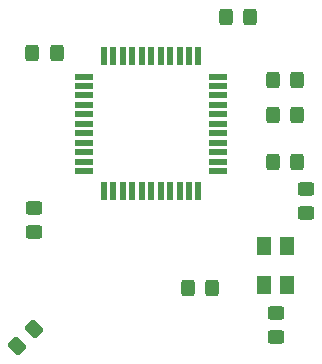
<source format=gbr>
G04 #@! TF.GenerationSoftware,KiCad,Pcbnew,7.0.1*
G04 #@! TF.CreationDate,2023-03-23T13:52:39-07:00*
G04 #@! TF.ProjectId,mcu daughterboard,6d637520-6461-4756-9768-746572626f61,rev?*
G04 #@! TF.SameCoordinates,Original*
G04 #@! TF.FileFunction,Paste,Bot*
G04 #@! TF.FilePolarity,Positive*
%FSLAX46Y46*%
G04 Gerber Fmt 4.6, Leading zero omitted, Abs format (unit mm)*
G04 Created by KiCad (PCBNEW 7.0.1) date 2023-03-23 13:52:39*
%MOMM*%
%LPD*%
G01*
G04 APERTURE LIST*
G04 Aperture macros list*
%AMRoundRect*
0 Rectangle with rounded corners*
0 $1 Rounding radius*
0 $2 $3 $4 $5 $6 $7 $8 $9 X,Y pos of 4 corners*
0 Add a 4 corners polygon primitive as box body*
4,1,4,$2,$3,$4,$5,$6,$7,$8,$9,$2,$3,0*
0 Add four circle primitives for the rounded corners*
1,1,$1+$1,$2,$3*
1,1,$1+$1,$4,$5*
1,1,$1+$1,$6,$7*
1,1,$1+$1,$8,$9*
0 Add four rect primitives between the rounded corners*
20,1,$1+$1,$2,$3,$4,$5,0*
20,1,$1+$1,$4,$5,$6,$7,0*
20,1,$1+$1,$6,$7,$8,$9,0*
20,1,$1+$1,$8,$9,$2,$3,0*%
G04 Aperture macros list end*
%ADD10RoundRect,0.250000X-0.088388X0.548008X-0.548008X0.088388X0.088388X-0.548008X0.548008X-0.088388X0*%
%ADD11RoundRect,0.250000X0.450000X-0.325000X0.450000X0.325000X-0.450000X0.325000X-0.450000X-0.325000X0*%
%ADD12RoundRect,0.250000X-0.325000X-0.450000X0.325000X-0.450000X0.325000X0.450000X-0.325000X0.450000X0*%
%ADD13RoundRect,0.250000X-0.450000X0.325000X-0.450000X-0.325000X0.450000X-0.325000X0.450000X0.325000X0*%
%ADD14R,1.500000X0.550000*%
%ADD15R,0.550000X1.500000*%
%ADD16RoundRect,0.250000X0.325000X0.450000X-0.325000X0.450000X-0.325000X-0.450000X0.325000X-0.450000X0*%
%ADD17R,1.300000X1.600000*%
G04 APERTURE END LIST*
D10*
X131018126Y-116364132D03*
X129568558Y-117813700D03*
D11*
X151448558Y-117059804D03*
X151448558Y-115009804D03*
X154038558Y-106538700D03*
X154038558Y-104488700D03*
D12*
X147275000Y-89960000D03*
X149325000Y-89960000D03*
D13*
X130998558Y-106149804D03*
X130998558Y-108199804D03*
D12*
X151253558Y-95264804D03*
X153303558Y-95264804D03*
X151253558Y-102264804D03*
X153303558Y-102264804D03*
D14*
X146618558Y-95004804D03*
X146618558Y-95804804D03*
X146618558Y-96604804D03*
X146618558Y-97404804D03*
X146618558Y-98204804D03*
X146618558Y-99004804D03*
X146618558Y-99804804D03*
X146618558Y-100604804D03*
X146618558Y-101404804D03*
X146618558Y-102204804D03*
X146618558Y-103004804D03*
D15*
X144918558Y-104704804D03*
X144118558Y-104704804D03*
X143318558Y-104704804D03*
X142518558Y-104704804D03*
X141718558Y-104704804D03*
X140918558Y-104704804D03*
X140118558Y-104704804D03*
X139318558Y-104704804D03*
X138518558Y-104704804D03*
X137718558Y-104704804D03*
X136918558Y-104704804D03*
D14*
X135218558Y-103004804D03*
X135218558Y-102204804D03*
X135218558Y-101404804D03*
X135218558Y-100604804D03*
X135218558Y-99804804D03*
X135218558Y-99004804D03*
X135218558Y-98204804D03*
X135218558Y-97404804D03*
X135218558Y-96604804D03*
X135218558Y-95804804D03*
X135218558Y-95004804D03*
D15*
X136918558Y-93304804D03*
X137718558Y-93304804D03*
X138518558Y-93304804D03*
X139318558Y-93304804D03*
X140118558Y-93304804D03*
X140918558Y-93304804D03*
X141718558Y-93304804D03*
X142518558Y-93304804D03*
X143318558Y-93304804D03*
X144118558Y-93304804D03*
X144918558Y-93304804D03*
D12*
X144023558Y-112871054D03*
X146073558Y-112871054D03*
D16*
X132915000Y-92990000D03*
X130865000Y-92990000D03*
D12*
X151253558Y-98264804D03*
X153303558Y-98264804D03*
D17*
X150448558Y-112684804D03*
X150448558Y-109384804D03*
X152448558Y-109384804D03*
X152448558Y-112684804D03*
M02*

</source>
